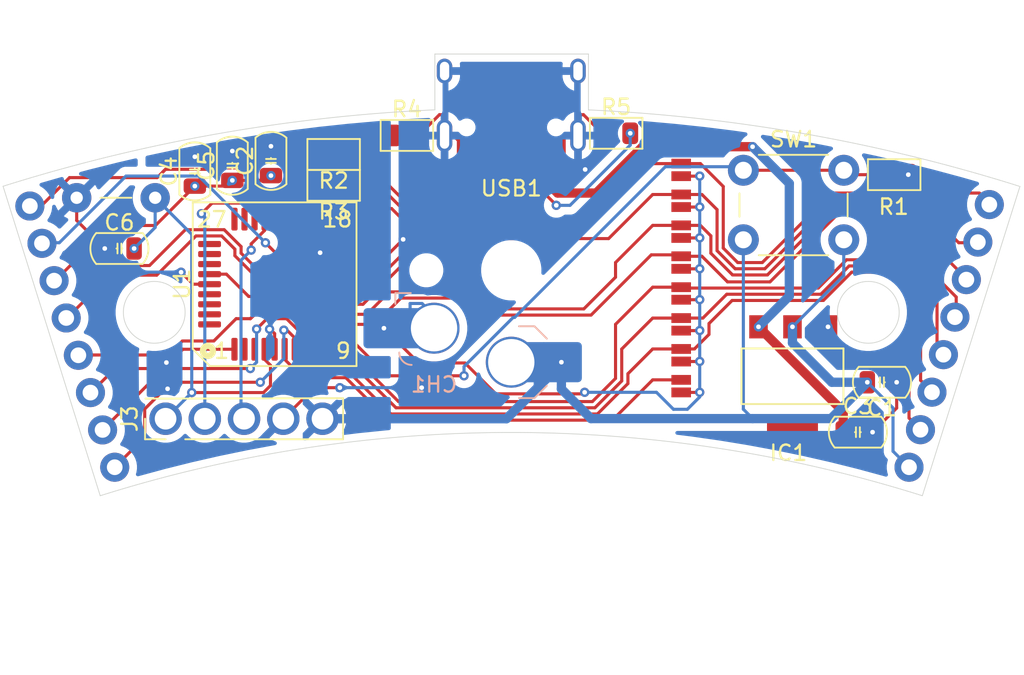
<source format=kicad_pcb>
(kicad_pcb (version 20241229) (generator "pcbnew") (generator_version "9.0")
  (layers (0 "F.Cu" signal) (2 "B.Cu" signal) (13 "F.Paste" user) (15 "B.Paste" user) (5 "F.SilkS" user "F.Silkscreen") (7 "B.SilkS" user "B.Silkscreen") (1 "F.Mask" user) (3 "B.Mask" user) (25 "Edge.Cuts" user))
  (net 0 "")
  (net 1 "Net-(U1-PA12)")
  (net 2 "/BTN2")
  (net 3 "/BTN8")
  (net 4 "/BTN6")
  (net 5 "/BTN5")
  (net 6 "/BTN3")
  (net 7 "+3.3V")
  (net 8 "/BTN7")
  (net 9 "/BTN4")
  (net 10 "/BTN1")
  (net 11 "GND")
  (net 13 "5V")
  (net 14 "/RST")
  (net 15 "/SWCLK")
  (net 16 "/SWDIO")
  (net 17 "Net-(JMP_BTN1-A)")
  (net 18 "Net-(U1-PB8-BOOT0)")
  (net 20 "Net-(U1-PA11)")
  (net 21 "Net-(USB1-CC2)")
  (net 22 "Net-(USB1-CC1)")
  (net 36 "/D+")
  (net 37 "/D-")
  (footprint "Button_Switch_THT:SW_PUSH_6mm" (layer "F.Cu") (at 165.025 93.525)
    (property "Reference" "SW1")
    (property "Value" "Push_Button")
  )
  (footprint "PCM_SparkFun-Jumper:Jumper_2_NO_NoSilk" (layer "F.Cu") (at 161 105.5 -90)
    (property "Reference" "JMP_BTN2")
    (property "Value" "~")
  )
  (footprint "PCM_Capacitor_SMD_Handsoldering_AKL:C_0805_2012Metric" (layer "F.Cu") (at 134.4409 92.92 90)
    (property "Reference" "C2")
    (property "Value" "100uF" (hide yes))
  )
  (footprint "PCM_Capacitor_SMD_Handsoldering_AKL:C_0805_2012Metric" (layer "F.Cu") (at 131.9409 93.23 90)
    (property "Reference" "C5")
    (property "Value" "100uF" (hide yes))
  )
  (footprint "PCM_SparkFun-Connector:1x08_P2.54mm" (layer "F.Cu") (at 124.3267 112.75 108)
    (property "Reference" "J1")
    (property "Value" "Input")
  )
  (footprint "PCM_SparkFun-Jumper:Jumper_2_NO_NoSilk" (layer "F.Cu") (at 161 93.5 -90)
    (property "Reference" "JMP_BTN8")
    (property "Value" "~")
  )
  (footprint "PCM_Resistor_SMD_AKL:R_0805_2012Metric" (layer "F.Cu") (at 174.79 93.81 180)
    (property "Reference" "R1")
    (property "Value" "10k" (hide yes))
  )
  (footprint "PCM_SL_Jumpers:JUP_P5.08mm" (layer "F.Cu") (at 124.405 95.305 180)
    (property "Reference" "JP1" (hide yes))
    (property "Value" "JUP_P5.08mm")
  )
  (footprint "PCM_SparkFun-Jumper:Jumper_2_NO_NoSilk" (layer "F.Cu") (at 161 95.5 -90)
    (property "Reference" "JMP_BTN7")
    (property "Value" "~")
  )
  (footprint "PCM_SparkFun-Jumper:Jumper_2_NO_NoSilk" (layer "F.Cu") (at 161 97.5 -90)
    (property "Reference" "JMP_BTN6")
    (property "Value" "~")
  )
  (footprint "PCM_Resistor_SMD_AKL:R_0805_2012Metric" (layer "F.Cu") (at 138.5 94.5 180)
    (property "Reference" "R3")
    (property "Value" "22" (hide yes))
  )
  (footprint "PCM_Capacitor_SMD_Handsoldering_AKL:C_0805_2012Metric" (layer "F.Cu") (at 129.5136 93.6 90)
    (property "Reference" "C4")
    (property "Value" "100uF" (hide yes))
  )
  (footprint "extern:HRO-TYPE-C-31-M-12-HandSoldering" (layer "F.Cu") (at 150 84.5 180)
    (property "Reference" "USB1")
    (property "Value" "HRO-TYPE-C-31-M-12")
  )
  (footprint "PCM_SparkFun-Jumper:Jumper_2_NO_NoSilk" (layer "F.Cu") (at 161 103.5 -90)
    (property "Reference" "JMP_BTN3")
    (property "Value" "~")
  )
  (footprint "PCM_SparkFun-Jumper:Jumper_2_NO_NoSilk" (layer "F.Cu") (at 161 101.5 -90)
    (property "Reference" "JMP_BTN4")
    (property "Value" "~")
  )
  (footprint "PCM_Package_QFP_AKL:LQFP-36_7x7mm_P0.65mm" (layer "F.Cu") (at 134.6798 100.901 90)
    (property "Reference" "U1")
    (property "Value" "~" (hide yes))
  )
  (footprint "PCM_Resistor_SMD_AKL:R_0805_2012Metric" (layer "F.Cu") (at 143.2425 91.27)
    (property "Reference" "R4")
    (property "Value" "5.1k" (hide yes))
  )
  (footprint "PCM_SparkFun-Connector:1x08_P2.54mm" (layer "F.Cu") (at 175.75 112.75 73)
    (property "Reference" "J2")
    (property "Value" "Output")
  )
  (footprint "PCM_Resistor_SMD_AKL:R_0805_2012Metric" (layer "F.Cu") (at 138.5 92.5 180)
    (property "Reference" "R2")
    (property "Value" "22" (hide yes))
  )
  (footprint "PCM_SparkFun-Jumper:Jumper_2_NO_NoSilk" (layer "F.Cu") (at 161 107.5 90)
    (property "Reference" "JMP_BTN1")
    (property "Value" "~")
  )
  (footprint "PCM_SparkFun-Jumper:Jumper_2_NO_NoSilk" (layer "F.Cu") (at 161 99.5 -90)
    (property "Reference" "JMP_BTN5")
    (property "Value" "~")
  )
  (footprint "PCM_Resistor_SMD_AKL:R_0805_2012Metric" (layer "F.Cu") (at 156.79 91.13)
    (property "Reference" "R5")
    (property "Value" "5.1k" (hide yes))
  )
  (footprint "PCM_Capacitor_SMD_Handsoldering_AKL:C_0805_2012Metric" (layer "F.Cu") (at 172.4409 110.48)
    (property "Reference" "C3")
    (property "Value" "1uF" (hide yes))
  )
  (footprint "PCM_Capacitor_SMD_Handsoldering_AKL:C_0805_2012Metric" (layer "F.Cu") (at 124.6318 98.59)
    (property "Reference" "C6")
    (property "Value" "100uF" (hide yes))
  )
  (footprint "PCM_4ms_Package_SOT:SOT223" (layer "F.Cu") (at 168.205 106.86 180)
    (property "Reference" "IC1")
    (property "Value" "LD1117-3.3V-SOT223" (hide yes))
  )
  (footprint "PCM_fab:PinHeader_01x05_P2.54mm_Vertical_THT_D1.4mm" (layer "F.Cu") (at 127.62 109.61 90)
    (property "Reference" "J3")
    (property "Value" "PinHeader_01x05_P2.54mm_Horizontal_SMD")
  )
  (footprint "PCM_Capacitor_SMD_Handsoldering_AKL:C_0805_2012Metric" (layer "F.Cu") (at 174 107.25 180)
    (property "Reference" "C1")
    (property "Value" "10uF" (hide yes))
  )
  (footprint "PCM_marbastlib-choc:SW_choc_v1_HS_CPG135001S30_1u" (layer "B.Cu") (at 150 100 180)
    (property "Reference" "CH1")
    (property "Value" "choc_v1_SW_HS")
  )
  (gr_line (start 154.992904 89.616687) (end 154.992904 86) (stroke (width 0.05)) (layer "Edge.Cuts"))
  (gr_arc (start 154.992904 89.616687) (mid 169.122868 91.185555) (end 182.930465 94.571925) (stroke (width 0.05)) (layer "Edge.Cuts"))
  (gr_line (start 145.051857 86) (end 155 86) (stroke (width 0.05)) (layer "Edge.Cuts"))
  (gr_line (start 123.387538 114.59605) (end 117.098414 94.55991) (stroke (width 0.05)) (layer "Edge.Cuts"))
  (gr_arc (start 123.387537 114.59605) (mid 150 110.5) (end 176.612463 114.59605) (stroke (width 0.05)) (layer "Edge.Cuts"))
  (gr_arc (start 117.098414 94.55991) (mid 130.914046 91.176194) (end 145.051731 89.611877) (stroke (width 0.05)) (layer "Edge.Cuts"))
  (gr_line (start 176.612463 114.59605) (end 182.931305 94.569262) (stroke (width 0.05)) (layer "Edge.Cuts"))
  (gr_circle (center 173.114303 102.722012) (end 175.114303 102.722012) (stroke (width 0.05)) (fill no) (layer "Edge.Cuts"))
  (gr_circle (center 126.8857 102.722013) (end 128.8857 102.722013) (stroke (width 0.05)) (fill no) (layer "Edge.Cuts"))
  (gr_line (start 145.051857 89.614653) (end 145.051857 86) (stroke (width 0.05)) (layer "Edge.Cuts"))
  (segment (start 135.3298 96.6885) (end 135.33 96.6885) (width 0.2) (layer "F.Cu") (net 1))
  (segment (start 137.588 92.5) (end 137.5875 92.5) (width 0.2) (layer "F.Cu") (net 1))
  (segment (start 135.33 94.7139) (end 135.33 96.6885) (width 0.2) (layer "F.Cu") (net 1))
  (segment (start 137.544 92.5) (end 135.33 94.7139) (width 0.2) (layer "F.Cu") (net 1))
  (segment (start 137.5875 92.5) (end 137.544 92.5) (width 0.2) (layer "F.Cu") (net 1))
  (segment (start 172.037 100.121) (end 170.205 101.953) (width 0.2) (layer "F.Cu") (net 2))
  (segment (start 135.9798 104.376001) (end 135.479799 103.876) (width 0.2) (layer "F.Cu") (net 2))
  (segment (start 157.552 107.332) (end 155.582 109.302) (width 0.2) (layer "F.Cu") (net 2))
  (segment (start 157.552 106.698) (end 157.552 107.332) (width 0.2) (layer "F.Cu") (net 2))
  (segment (start 135.9798 105.1135) (end 135.9798 104.376001) (width 0.2) (layer "F.Cu") (net 2))
  (segment (start 128.173013 107.023013) (end 128.4 107.25) (width 0.2) (layer "F.Cu") (net 2))
  (segment (start 176.514 110.328) (end 176.5137 110.3277) (width 0.2) (layer "F.Cu") (net 2))
  (segment (start 135.9798 105.1135) (end 135.98 105.1137) (width 0.2) (layer "F.Cu") (net 2))
  (segment (start 164.297 101.953) (end 162.801 103.449) (width 0.2) (layer "F.Cu") (net 2))
  (segment (start 162.801 103.449) (end 162.801 104.149) (width 0.2) (layer "F.Cu") (net 2))
  (segment (start 176.5138 110.3276) (end 176.5137 110.3277) (width 0.2) (layer "F.Cu") (net 2))
  (segment (start 142.202 109.302) (end 139.453 106.553) (width 0.2) (layer "F.Cu") (net 2))
  (segment (start 176.5137 110.3277) (end 175.75 109.564) (width 0.2) (layer "F.Cu") (net 2))
  (segment (start 170.205 101.953) (end 164.297 101.953) (width 0.2) (layer "F.Cu") (net 2))
  (segment (start 135.98 105.1137) (end 135.98 105.114) (width 0.2) (layer "F.Cu") (net 2))
  (segment (start 155.582 109.302) (end 142.202 109.302) (width 0.2) (layer "F.Cu") (net 2))
  (segment (start 135.479799 103.876) (end 135.276498 103.876) (width 0.2) (layer "F.Cu") (net 2))
  (segment (start 161 105.094) (end 159.156 105.094) (width 0.2) (layer "F.Cu") (net 2))
  (segment (start 175.75 109.564) (end 175.75 101.25) (width 0.2) (layer "F.Cu") (net 2))
  (segment (start 161 105.0936) (end 161 105.094) (width 0.2) (layer "F.Cu") (net 2))
  (segment (start 162.801 104.149) (end 161.856 105.094) (width 0.2) (layer "F.Cu") (net 2))
  (segment (start 174.621 100.121) (end 172.037 100.121) (width 0.2) (layer "F.Cu") (net 2))
  (segment (start 161.856 105.094) (end 161 105.094) (width 0.2) (layer "F.Cu") (net 2))
  (segment (start 123.541797 110.334317) (end 126.853101 107.023013) (width 0.2) (layer "F.Cu") (net 2))
  (segment (start 175.75 101.25) (end 174.621 100.121) (width 0.2) (layer "F.Cu") (net 2))
  (segment (start 139.453 106.553) (end 136.762 106.553) (width 0.2) (layer "F.Cu") (net 2))
  (segment (start 135.98 105.771) (end 135.98 105.114) (width 0.2) (layer "F.Cu") (net 2))
  (segment (start 128.4 107.25) (end 133.75 107.25) (width 0.2) (layer "F.Cu") (net 2))
  (segment (start 126.853101 107.023013) (end 128.173013 107.023013) (width 0.2) (layer "F.Cu") (net 2))
  (segment (start 136.762 106.553) (end 135.98 105.771) (width 0.2) (layer "F.Cu") (net 2))
  (segment (start 159.156 105.094) (end 157.552 106.698) (width 0.2) (layer "F.Cu") (net 2))
  (via (at 133.75 107.25) (size 0.6) (drill 0.3) (layers "F.Cu" "B.Cu") (net 2))
  (via (at 135.276498 103.876) (size 0.6) (drill 0.3) (layers "F.Cu" "B.Cu") (net 2))
  (segment (start 135.276498 105.723502) (end 133.75 107.25) (width 0.2) (layer "B.Cu") (net 2))
  (segment (start 135.276498 103.876) (end 135.276498 105.723502) (width 0.2) (layer "B.Cu") (net 2))
  (segment (start 142.25 96) (end 143.75 97.5) (width 0.2) (layer "F.Cu") (net 3))
  (segment (start 159.156 93.0936) (end 154.75 97.5) (width 0.2) (layer "F.Cu") (net 3))
  (segment (start 144.419239 97.5) (end 140.368239 101.551) (width 0.2) (layer "F.Cu") (net 3))
  (segment (start 138.8923 101.551) (end 138.892 101.551) (width 0.2) (layer "F.Cu") (net 3))
  (segment (start 133.1159 92.92) (end 135.6376 92.92) (width 0.2) (layer "F.Cu") (net 3))
  (segment (start 137.0833 91.4743) (end 138.1136 91.4743) (width 0.2) (layer "F.Cu") (net 3))
  (segment (start 132.6644 93.3715) (end 133.1159 92.92) (width 0.2) (layer "F.Cu") (net 3))
  (segment (start 140.368239 101.551) (end 138.8923 101.551) (width 0.2) (layer "F.Cu") (net 3))
  (segment (start 161 93.0936) (end 159.156 93.0936) (width 0.2) (layer "F.Cu") (net 3))
  (segment (start 127.4473 93.6302) (end 127.6136 93.4639) (width 0.2) (layer "F.Cu") (net 3))
  (segment (start 130.4547 93.4639) (end 130.5471 93.3715) (width 0.2) (layer "F.Cu") (net 3))
  (segment (start 127.6136 93.4639) (end 130.4547 93.4639) (width 0.2) (layer "F.Cu") (net 3))
  (segment (start 181.0967 95.7927) (end 181.097 95.7929) (width 0.2) (layer "F.Cu") (net 3))
  (segment (start 163.724 98.5639) (end 164.66 99.5) (width 0.2) (layer "F.Cu") (net 3))
  (segment (start 143.75 97.5) (end 144.419239 97.5) (width 0.2) (layer "F.Cu") (net 3))
  (segment (start 166.25 99.5) (end 170.75 95) (width 0.2) (layer "F.Cu") (net 3))
  (segment (start 181.0965 95.7929) (end 181.0967 95.7927) (width 0.2) (layer "F.Cu") (net 3))
  (segment (start 127.4473 93.6302) (end 127.6136 93.4639) (width 0.2) (layer "F.Cu") (net 3))
  (segment (start 138.1136 91.4743) (end 138.5 91.8607) (width 0.2) (layer "F.Cu") (net 3))
  (segment (start 121.400818 94) (end 127.0775 94) (width 0.2) (layer "F.Cu") (net 3))
  (segment (start 118.9802 95.7929) (end 119.607918 95.7929) (width 0.2) (layer "F.Cu") (net 3))
  (segment (start 163.724 94.5741) (end 163.724 98.5639) (width 0.2) (layer "F.Cu") (net 3))
  (segment (start 164.66 99.5) (end 166.25 99.5) (width 0.2) (layer "F.Cu") (net 3))
  (segment (start 170.75 95) (end 180.304 95) (width 0.2) (layer "F.Cu") (net 3))
  (segment (start 130.5471 93.3715) (end 132.6644 93.3715) (width 0.2) (layer "F.Cu") (net 3))
  (segment (start 180.304 95) (end 181.0967 95.7927) (width 0.2) (layer "F.Cu") (net 3))
  (segment (start 162.244 93.0936) (end 163.724 94.5741) (width 0.2) (layer "F.Cu") (net 3))
  (segment (start 138.5 91.8607) (end 138.5 95.1346) (width 0.2) (layer "F.Cu") (net 3))
  (segment (start 139.3654 96) (end 142.25 96) (width 0.2) (layer "F.Cu") (net 3))
  (segment (start 135.6376 92.92) (end 137.0833 91.4743) (width 0.2) (layer "F.Cu") (net 3))
  (segment (start 119.607918 95.7929) (end 121.400818 94) (width 0.2) (layer "F.Cu") (net 3))
  (segment (start 127.0775 94) (end 127.4473 93.6302) (width 0.2) (layer "F.Cu") (net 3))
  (segment (start 154.75 97.5) (end 144.419239 97.5) (width 0.2) (layer "F.Cu") (net 3))
  (segment (start 161 93.0936) (end 162.244 93.0936) (width 0.2) (layer "F.Cu") (net 3))
  (segment (start 138.5 95.1346) (end 139.3654 96) (width 0.2) (layer "F.Cu") (net 3))
  (segment (start 161 97.0936) (end 162.244 97.0936) (width 0.2) (layer "F.Cu") (net 4))
  (segment (start 128.8976 97.3743) (end 126.5788 99.6931) (width 0.2) (layer "F.Cu") (net 4))
  (segment (start 137.9221 102.851) (end 135.5905 100.5194) (width 0.2) (layer "F.Cu") (net 4))
  (segment (start 174.733 95.802) (end 179.5689 100.6379) (width 0.2) (layer "F.Cu") (net 4))
  (segment (start 162.244 97.0936) (end 162.922 97.7721) (width 0.2) (layer "F.Cu") (net 4))
  (segment (start 146.899 101.399) (end 148 102.5) (width 0.2) (layer "F.Cu") (net 4))
  (segment (start 138.8923 102.851) (end 140.649 102.851) (width 0.2) (layer "F.Cu") (net 4))
  (segment (start 121.4524 99.6931) (end 120.5077 100.6378) (width 0.2) (layer "F.Cu") (net 4))
  (segment (start 159.156 97.0936) (end 161 97.0936) (width 0.2) (layer "F.Cu") (net 4))
  (segment (start 156.75 99.5) (end 159.156 97.0936) (width 0.2) (layer "F.Cu") (net 4))
  (segment (start 140.649 102.851) (end 142.101 101.399) (width 0.2) (layer "F.Cu") (net 4))
  (segment (start 131.4148 97.3743) (end 128.8976 97.3743) (width 0.2) (layer "F.Cu") (net 4))
  (segment (start 164.328 100.302) (end 166.582 100.302) (width 0.2) (layer "F.Cu") (net 4))
  (segment (start 156.75 100.448) (end 156.75 99.5) (width 0.2) (layer "F.Cu") (net 4))
  (segment (start 154.698 102.5) (end 156.75 100.448) (width 0.2) (layer "F.Cu") (net 4))
  (segment (start 142.101 101.399) (end 146.899 101.399) (width 0.2) (layer "F.Cu") (net 4))
  (segment (start 162.922 97.7721) (end 162.922 98.8961) (width 0.2) (layer "F.Cu") (net 4))
  (segment (start 126.5788 99.6931) (end 121.4524 99.6931) (width 0.2) (layer "F.Cu") (net 4))
  (segment (start 138.892 102.851) (end 137.9221 102.851) (width 0.2) (layer "F.Cu") (net 4))
  (segment (start 132.5086 98.4681) (end 131.4148 97.3743) (width 0.2) (layer "F.Cu") (net 4))
  (segment (start 171.082 95.802) (end 174.733 95.802) (width 0.2) (layer "F.Cu") (net 4))
  (segment (start 132.5086 98.8918) (end 132.5086 98.4681) (width 0.2) (layer "F.Cu") (net 4))
  (segment (start 138.892 102.851) (end 138.8923 102.851) (width 0.2) (layer "F.Cu") (net 4))
  (segment (start 148 102.5) (end 154.698 102.5) (width 0.2) (layer "F.Cu") (net 4))
  (segment (start 135.5905 100.5194) (end 134.1362 100.5194) (width 0.2) (layer "F.Cu") (net 4))
  (segment (start 166.582 100.302) (end 171.082 95.802) (width 0.2) (layer "F.Cu") (net 4))
  (segment (start 162.922 98.8961) (end 164.328 100.302) (width 0.2) (layer "F.Cu") (net 4))
  (segment (start 134.1362 100.5194) (end 132.5086 98.8918) (width 0.2) (layer "F.Cu") (net 4))
  (segment (start 179.569 100.6378) (end 179.5689 100.6379) (width 0.2) (layer "F.Cu") (net 4))
  (segment (start 179.5689 100.6379) (end 179.569 100.638) (width 0.2) (layer "F.Cu") (net 4))
  (segment (start 132.1069 99.0581) (end 132.1069 98.6344) (width 0.2) (layer "F.Cu") (net 5))
  (segment (start 138.892 103.501) (end 138.8923 103.501) (width 0.2) (layer "F.Cu") (net 5))
  (segment (start 166.75 100.75) (end 171.25 96.25) (width 0.2) (layer "F.Cu") (net 5))
  (segment (start 135.477 101.292) (end 134.3408 101.292) (width 0.2) (layer "F.Cu") (net 5))
  (segment (start 127.0462 100.3154) (end 124.0163 100.3154) (width 0.2) (layer "F.Cu") (net 5))
  (segment (start 160.682 99.0936) (end 161 99.0936) (width 0.2) (layer "F.Cu") (net 5))
  (segment (start 142.856 101.799) (end 146.483 101.799) (width 0.2) (layer "F.Cu") (net 5))
  (segment (start 160.589 99) (end 160.682 99.0936) (width 0.2) (layer "F.Cu") (net 5))
  (segment (start 161 99.0936) (end 162.344 99.0936) (width 0.2) (layer "F.Cu") (net 5))
  (segment (start 134.3408 101.292) (end 132.1069 99.0581) (width 0.2) (layer "F.Cu") (net 5))
  (segment (start 138.892 103.501) (end 137.686 103.501) (width 0.2) (layer "F.Cu") (net 5))
  (segment (start 162.344 99.0936) (end 164 100.75) (width 0.2) (layer "F.Cu") (net 5))
  (segment (start 137.686 103.501) (end 135.477 101.292) (width 0.2) (layer "F.Cu") (net 5))
  (segment (start 178.8052 102.3957) (end 178.8052 103.0602) (width 0.2) (layer "F.Cu") (net 5))
  (segment (start 131.2485 97.776) (end 129.5856 97.776) (width 0.2) (layer "F.Cu") (net 5))
  (segment (start 159.066 99) (end 160.589 99) (width 0.2) (layer "F.Cu") (net 5))
  (segment (start 147.584 102.9) (end 155.166 102.9) (width 0.2) (layer "F.Cu") (net 5))
  (segment (start 155.166 102.9) (end 159.066 99) (width 0.2) (layer "F.Cu") (net 5))
  (segment (start 164 100.75) (end 166.75 100.75) (width 0.2) (layer "F.Cu") (net 5))
  (segment (start 129.5856 97.776) (end 127.0462 100.3154) (width 0.2) (layer "F.Cu") (net 5))
  (segment (start 178.805 101.731) (end 178.805 102.3955) (width 0.2) (layer "F.Cu") (net 5))
  (segment (start 132.1069 98.6344) (end 131.2485 97.776) (width 0.2) (layer "F.Cu") (net 5))
  (segment (start 178.805 102.3955) (end 178.8052 102.3957) (width 0.2) (layer "F.Cu") (net 5))
  (segment (start 124.0163 100.3154) (end 121.2715 103.0602) (width 0.2) (layer "F.Cu") (net 5))
  (segment (start 178.805 102.3955) (end 178.805 103.06) (width 0.2) (layer "F.Cu") (net 5))
  (segment (start 141.154 103.501) (end 142.856 101.799) (width 0.2) (layer "F.Cu") (net 5))
  (segment (start 146.483 101.799) (end 147.584 102.9) (width 0.2) (layer "F.Cu") (net 5))
  (segment (start 171.25 96.25) (end 173.324 96.25) (width 0.2) (layer "F.Cu") (net 5))
  (segment (start 138.8923 103.501) (end 141.154 103.501) (width 0.2) (layer "F.Cu") (net 5))
  (segment (start 173.324 96.25) (end 178.805 101.731) (width 0.2) (layer "F.Cu") (net 5))
  (segment (start 139.785 106.152) (end 137.011 106.152) (width 0.2) (layer "F.Cu") (net 6))
  (segment (start 127.403603 106.623013) (end 127.14239 106.3618) (width 0.2) (layer "F.Cu") (net 6))
  (segment (start 159.156 103.094) (end 157.151 105.099) (width 0.2) (layer "F.Cu") (net 6))
  (segment (start 127.942081 106.623013) (end 127.403603 106.623013) (width 0.2) (layer "F.Cu") (net 6))
  (segment (start 163.948 101.552) (end 162.406 103.094) (width 0.2) (layer "F.Cu") (net 6))
  (segment (start 136.63 105.4425) (end 136.6298 105.4423) (width 0.2) (layer "F.Cu") (net 6))
  (segment (start 177.278 107.905) (end 177.0395 107.6665) (width 0.2) (layer "F.Cu") (net 6))
  (segment (start 133.1046 106.3618) (end 128.203294 106.3618) (width 0.2) (layer "F.Cu") (net 6))
  (segment (start 176.5 107.127) (end 176.5 101.433) (width 0.2) (layer "F.Cu") (net 6))
  (segment (start 176.5 101.433) (end 174.787 99.72) (width 0.2) (layer "F.Cu") (net 6))
  (segment (start 137.011 106.152) (end 136.63 105.771) (width 0.2) (layer "F.Cu") (net 6))
  (segment (start 128.203294 106.3618) (end 127.942081 106.623013) (width 0.2) (layer "F.Cu") (net 6))
  (segment (start 136.6298 104.310063) (end 136.6298 105.1135) (width 0.2) (layer "F.Cu") (net 6))
  (segment (start 162.406 103.094) (end 161 103.094) (width 0.2) (layer "F.Cu") (net 6))
  (segment (start 174.787 99.72) (end 171.871 99.72) (width 0.2) (layer "F.Cu") (net 6))
  (segment (start 170.039 101.552) (end 163.948 101.552) (width 0.2) (layer "F.Cu") (net 6))
  (segment (start 155.416 108.901) (end 142.534 108.901) (width 0.2) (layer "F.Cu") (net 6))
  (segment (start 171.871 99.72) (end 170.039 101.552) (width 0.2) (layer "F.Cu") (net 6))
  (segment (start 157.151 105.099) (end 157.151 107.166) (width 0.2) (layer "F.Cu") (net 6))
  (segment (start 133.512 103.8041) (end 134.1835 103.1326) (width 0.2) (layer "F.Cu") (net 6))
  (segment (start 157.151 107.166) (end 155.416 108.901) (width 0.2) (layer "F.Cu") (net 6))
  (segment (start 177.0395 107.6665) (end 176.5 107.127) (width 0.2) (layer "F.Cu") (net 6))
  (segment (start 135.452337 103.1326) (end 136.6298 104.310063) (width 0.2) (layer "F.Cu") (net 6))
  (segment (start 136.6298 105.4423) (end 136.6298 105.1135) (width 0.2) (layer "F.Cu") (net 6))
  (segment (start 136.63 105.771) (end 136.63 105.4425) (width 0.2) (layer "F.Cu") (net 6))
  (segment (start 177.2776 107.9046) (end 177.2776 107.9051) (width 0.2) (layer "F.Cu") (net 6))
  (segment (start 136.63 105.4425) (end 136.63 105.114) (width 0.2) (layer "F.Cu") (net 6))
  (segment (start 142.534 108.901) (end 139.785 106.152) (width 0.2) (layer "F.Cu") (net 6))
  (segment (start 161 103.094) (end 159.156 103.094) (width 0.2) (layer "F.Cu") (net 6))
  (segment (start 124.3424 106.3618) (end 122.7991 107.9051) (width 0.2) (layer "F.Cu") (net 6))
  (segment (start 134.1835 103.1326) (end 135.452337 103.1326) (width 0.2) (layer "F.Cu") (net 6))
  (segment (start 127.14239 106.3618) (end 124.3424 106.3618) (width 0.2) (layer "F.Cu") (net 6))
  (segment (start 161 103.0936) (end 161 103.094) (width 0.2) (layer "F.Cu") (net 6))
  (segment (start 177.0395 107.6665) (end 177.2776 107.9046) (width 0.2) (layer "F.Cu") (net 6))
  (via (at 133.1046 106.3618) (size 0.6) (drill 0.3) (layers "F.Cu" "B.Cu") (net 6))
  (via (at 133.512 103.8041) (size 0.6) (drill 0.3) (layers "F.Cu" "B.Cu") (net 6))
  (segment (start 133.1046 106.3618) (end 133.512 105.9544) (width 0.2) (layer "B.Cu") (net 6))
  (segment (start 133.512 105.9544) (end 133.512 103.8041) (width 0.2) (layer "B.Cu") (net 6))
  (segment (start 134.4409 91.97) (end 134.03 91.97) (width 0.2) (layer "F.Cu") (net 7))
  (segment (start 124.3267 112.75) (end 126.269 110.8077) (width 0.2) (layer "F.Cu") (net 7))
  (segment (start 138.8035 98.8622) (end 138.8923 98.951) (width 0.2) (layer "F.Cu") (net 7))
  (segment (start 134.6798 104.0969) (end 134.6798 105.1135) (width 0.2) (layer "F.Cu") (net 7))
  (segment (start 137.6245 98.8622) (end 138.8035 98.8622) (width 0.2) (layer "F.Cu") (net 7))
  (segment (start 134.03 91.97) (end 133.72 92.28) (width 0.2) (layer "F.Cu") (net 7))
  (segment (start 131.571 92.65) (end 131.941 92.28) (width 0.2) (layer "F.Cu") (net 7))
  (segment (start 129.514 92.65) (end 129.5136 92.65) (width 0.2) (layer "F.Cu") (net 7))
  (segment (start 126.269 110.8077) (end 126.269 108.981) (width 0.2) (layer "F.Cu") (net 7))
  (segment (start 129.514 92.65) (end 131.571 92.65) (width 0.2) (layer "F.Cu") (net 7))
  (segment (start 134.441 91.97) (end 134.4409 91.97) (width 0.2) (layer "F.Cu") (net 7))
  (segment (start 133.72 92.28) (end 131.941 92.28) (width 0.2) (layer "F.Cu") (net 7))
  (segment (start 134.350883 103.813746) (end 134.396646 103.813746) (width 0.2) (layer "F.Cu") (net 7))
  (segment (start 126.269 108.981) (end 127.576987 107.673013) (width 0.2) (layer "F.Cu") (net 7))
  (segment (start 128.738269 105.1135) (end 127.878756 105.973013) (width 0.2) (layer "F.Cu") (net 7))
  (segment (start 132.0798 105.1135) (end 128.738269 105.1135) (width 0.2) (layer "F.Cu") (net 7))
  (segment (start 131.941 92.28) (end 131.9409 92.28) (width 0.2) (layer "F.Cu") (net 7))
  (segment (start 127.878756 105.973013) (end 127.672842 105.973013) (width 0.2) (layer "F.Cu") (net 7))
  (segment (start 127.576987 107.673013) (end 127.75 107.673013) (width 0.2) (layer "F.Cu") (net 7))
  (segment (start 134.396646 103.813746) (end 134.6798 104.0969) (width 0.2) (layer "F.Cu") (net 7))
  (via (at 134.441 91.97) (size 0.6) (drill 0.3) (layers "F.Cu" "B.Cu") (net 7))
  (via (at 168.205 103.66) (size 0.6) (drill 0.3) (layers "F.Cu" "B.Cu") (net 7))
  (via (at 134.350883 103.813746) (size 0.6) (drill 0.3) (layers "F.Cu" "B.Cu") (net 7))
  (via (at 127.672842 105.973013) (size 0.6) (drill 0.3) (layers "F.Cu" "B.Cu") (net 7))
  (via (at 129.514 92.65) (size 0.6) (drill 0.3) (layers "F.Cu" "B.Cu") (net 7))
  (via (at 127.75 107.673013) (size 0.6) (drill 0.3) (layers "F.Cu" "B.Cu") (net 7))
  (via (at 173.05 107.25) (size 0.6) (drill 0.3) (layers "F.Cu" "B.Cu") (net 7))
  (via (at 153.245 105.95) (size 0.6) (drill 0.3) (layers "F.Cu" "B.Cu") (net 7))
  (via (at 137.6245 98.8622) (size 0.6) (drill 0.3) (layers "F.Cu" "B.Cu") (net 7))
  (via (at 131.941 92.28) (size 0.6) (drill 0.3) (layers "F.Cu" "B.Cu") (net 7))
  (segment (start 150.7 106.65) (end 150 105.95) (width 0.2) (layer "B.Cu") (net 7))
  (segment (start 173.05 107.25) (end 170.699 109.601) (width 0.6) (layer "B.Cu") (net 7))
  (segment (start 153.245 106.055) (end 153.245 105.95) (width 0.6) (layer "B.Cu") (net 7))
  (segment (start 153.245 105.95) (end 153.245 106.055) (width 0.6) (layer "B.Cu") (net 7))
  (segment (start 173.05 107.25) (end 174.714 108.914) (width 0.2) (layer "B.Cu") (net 7))
  (segment (start 165.6298 109.601) (end 155.16 109.601) (width 0.6) (layer "B.Cu") (net 7))
  (segment (start 170.75 107.25) (end 168.205 104.705) (width 0.6) (layer "B.Cu") (net 7))
  (segment (start 168.205 104.705) (end 168.205 103.66) (width 0.6) (layer "B.Cu") (net 7))
  (segment (start 165.6298 109.601) (end 165.025 108.9962) (width 0.2) (layer "B.Cu") (net 7))
  (segment (start 174.714 111.714) (end 175.75 112.75) (width 0.2) (layer "B.Cu") (net 7))
  (segment (start 165.025 108.9962) (end 165.025 98.025) (width 0.2) (layer "B.Cu") (net 7))
  (segment (start 174.714 108.914) (end 174.714 111.714) (width 0.2) (layer "B.Cu") (net 7))
  (segment (start 153.245 107.686) (end 153.245 106.055) (width 0.6) (layer "B.Cu") (net 7))
  (segment (start 151.55 106.65) (end 151.55 107.5517) (width 0.2) (layer "B.Cu") (net 7))
  (segment (start 151.55 105.95) (end 151.55 106.65) (width 0.2) (layer "B.Cu") (net 7))
  (segment (start 155.16 109.601) (end 153.245 107.686) (width 0.6) (layer "B.Cu") (net 7))
  (segment (start 153.245 106.055) (end 151.7483 107.5517) (width 0.6) (layer "B.Cu") (net 7))
  (segment (start 168.205 103.66) (end 171.525 100.34) (width 0.2) (layer "B.Cu") (net 7))
  (segment (start 151.55 106.65) (end 150.7 106.65) (width 0.2) (layer "B.Cu") (net 7))
  (segment (start 151.7483 107.5517) (end 151.55 107.5517) (width 0.2) (layer "B.Cu") (net 7))
  (segment (start 170.699 109.601) (end 165.6298 109.601) (width 0.6) (layer "B.Cu") (net 7))
  (segment (start 151.7483 107.5517) (end 149.69 109.61) (width 0.6) (layer "B.Cu") (net 7))
  (segment (start 173.05 107.25) (end 170.75 107.25) (width 0.6) (layer "B.Cu") (net 7))
  (segment (start 149.69 109.61) (end 137.78 109.61) (width 0.6) (layer "B.Cu") (net 7))
  (segment (start 171.525 100.34) (end 171.525 98.025) (width 0.2) (layer "B.Cu") (net 7))
  (segment (start 163.323 96.073) (end 163.323 98.73) (width 0.2) (layer "F.Cu") (net 8))
  (segment (start 138.892 102.201) (end 138.0677 102.201) (width 0.2) (layer "F.Cu") (net 8))
  (segment (start 159.156 95.0936) (end 161 95.0936) (width 0.2) (layer "F.Cu") (net 8))
  (segment (start 178.965 98.2154) (end 180.3328 98.2154) (width 0.2) (layer "F.Cu") (net 8))
  (segment (start 156.301 97.949) (end 159.156 95.0936) (width 0.2) (layer "F.Cu") (net 8))
  (segment (start 144.652 97.949) (end 156.301 97.949) (width 0.2) (layer "F.Cu") (net 8))
  (segment (start 164.494 99.901) (end 166.416 99.901) (width 0.2) (layer "F.Cu") (net 8))
  (segment (start 138.892 102.201) (end 138.8923 102.201) (width 0.2) (layer "F.Cu") (net 8))
  (segment (start 166.416 99.901) (end 170.916 95.401) (width 0.2) (layer "F.Cu") (net 8))
  (segment (start 162.344 95.0936) (end 163.323 96.073) (width 0.2) (layer "F.Cu") (net 8))
  (segment (start 180.3328 98.2154) (end 180.333 98.2154) (width 0.2) (layer "F.Cu") (net 8))
  (segment (start 163.323 98.73) (end 164.494 99.901) (width 0.2) (layer "F.Cu") (net 8))
  (segment (start 140.4 102.201) (end 144.652 97.949) (width 0.2) (layer "F.Cu") (net 8))
  (segment (start 176.151 95.401) (end 178.965 98.2154) (width 0.2) (layer "F.Cu") (net 8))
  (segment (start 138.8923 102.201) (end 140.4 102.201) (width 0.2) (layer "F.Cu") (net 8))
  (segment (start 161 95.0936) (end 162.344 95.0936) (width 0.2) (layer "F.Cu") (net 8))
  (segment (start 170.916 95.401) (end 176.151 95.401) (width 0.2) (layer "F.Cu") (net 8))
  (segment (start 138.0677 102.201) (end 134.0851 98.2184) (width 0.2) (layer "F.Cu") (net 8))
  (via (at 134.0851 98.2184) (size 0.6) (drill 0.3) (layers "F.Cu" "B.Cu") (net 8))
  (segment (start 120.7409 98.2154) (end 125.0566 93.8997) (width 0.2) (layer "B.Cu") (net 8))
  (segment (start 129.7664 93.8997) (end 134.0851 98.2184) (width 0.2) (layer "B.Cu") (net 8))
  (segment (start 119.7439 98.2154) (end 120.7409 98.2154) (width 0.2) (layer "B.Cu") (net 8))
  (segment (start 125.0566 93.8997) (end 129.7664 93.8997) (width 0.2) (layer "B.Cu") (net 8))
  (segment (start 128.708483 104.5776) (end 127.96307 105.323013) (width 0.2) (layer "F.Cu") (net 9))
  (segment (start 161.057 101.151) (end 161.0281 101.1221) (width 0.2) (layer "F.Cu") (net 9))
  (segment (start 127.96307 105.323013) (end 127.259687 105.323013) (width 0.2) (layer "F.Cu") (net 9))
  (segment (start 156.75 107) (end 155.25 108.5) (width 0.2) (layer "F.Cu") (net 9))
  (segment (start 171.705 99.319) (end 169.873 101.151) (width 0.2) (layer "F.Cu") (net 9))
  (segment (start 132.1872 103.1326) (end 130.7422 104.5776) (width 0.2) (layer "F.Cu") (net 9))
  (segment (start 127.259687 105.323013) (end 127.1 105.4827) (width 0.2) (layer "F.Cu") (net 9))
  (segment (start 133.5137 102.7309) (end 135.634699 102.7309) (width 0.2) (layer "F.Cu") (net 9))
  (segment (start 161 101.094) (end 161.0281 101.1221) (width 0.2) (layer "F.Cu") (net 9))
  (segment (start 142.7 108.5) (end 139.314 105.114) (width 0.2) (layer "F.Cu") (net 9))
  (segment (start 159.156 101.094) (end 156.75 103.5) (width 0.2) (layer "F.Cu") (net 9))
  (segment (start 130.7422 104.5776) (end 128.708483 104.5776) (width 0.2) (layer "F.Cu") (net 9))
  (segment (start 135.634699 102.7309) (end 137.2798 104.376001) (width 0.2) (layer "F.Cu") (net 9))
  (segment (start 177.8025 105.2445) (end 177.564 105.006) (width 0.2) (layer "F.Cu") (net 9))
  (segment (start 133.2783 102.9663) (end 133.5137 102.7309) (width 0.2) (layer "F.Cu") (net 9))
  (segment (start 133.2783 102.9663) (end 133.112 103.1326) (width 0.2) (layer "F.Cu") (net 9))
  (segment (start 155.25 108.5) (end 142.7 108.5) (width 0.2) (layer "F.Cu") (net 9))
  (segment (start 161.0281 101.1221) (end 161 101.094) (width 0.2) (layer "F.Cu") (net 9))
  (segment (start 156.75 103.5) (end 156.75 107) (width 0.2) (layer "F.Cu") (net 9))
  (segment (start 174.953 99.319) (end 171.705 99.319) (width 0.2) (layer "F.Cu") (net 9))
  (segment (start 177.8025 105.2445) (end 177.8032 105.2445) (width 0.2) (layer "F.Cu") (net 9))
  (segment (start 137.28 105.1137) (end 137.28 105.114) (width 0.2) (layer "F.Cu") (net 9))
  (segment (start 177.564 105.006) (end 177.564 101.93) (width 0.2) (layer "F.Cu") (net 9))
  (segment (start 177.564 101.93) (end 174.953 99.319) (width 0.2) (layer "F.Cu") (net 9))
  (segment (start 137.2798 104.376001) (end 137.2798 105.1135) (width 0.2) (layer "F.Cu") (net 9))
  (segment (start 178.041 105.483) (end 177.8025 105.2445) (width 0.2) (layer "F.Cu") (net 9))
  (segment (start 137.2798 105.1135) (end 137.28 105.1137) (width 0.2) (layer "F.Cu") (net 9))
  (segment (start 127.1 105.4827) (end 122.0353 105.4827) (width 0.2) (layer "F.Cu") (net 9))
  (segment (start 177.8032 105.2445) (end 178.0414 105.4827) (width 0.2) (layer "F.Cu") (net 9))
  (segment (start 139.314 105.114) (end 137.28 105.114) (width 0.2) (layer "F.Cu") (net 9))
  (segment (start 169.873 101.151) (end 161.057 101.151) (width 0.2) (layer "F.Cu") (net 9))
  (segment (start 133.112 103.1326) (end 132.1872 103.1326) (width 0.2) (layer "F.Cu") (net 9))
  (segment (start 161 101.094) (end 159.156 101.094) (width 0.2) (layer "F.Cu") (net 9))
  (segment (start 133.2783 102.9663) (end 133.112 103.1326) (width 0.2) (layer "F.Cu") (net 9))
  (segment (start 161 101.0936) (end 161 101.094) (width 0.2) (layer "F.Cu") (net 9))
  (segment (start 135.33 105.771) (end 136.513 106.954) (width 0.2) (layer "F.Cu") (net 10))
  (segment (start 142.036 109.703) (end 156.547 109.703) (width 0.2) (layer "F.Cu") (net 10))
  (segment (start 135.33 105.1137) (end 135.33 105.114) (width 0.2) (layer "F.Cu") (net 10))
  (segment (start 156.547 109.703) (end 159.156 107.094) (width 0.2) (layer "F.Cu") (net 10))
  (segment (start 136.513 106.954) (end 139.287 106.954) (width 0.2) (layer "F.Cu") (net 10))
  (segment (start 160.9996 107.094) (end 161 107.0936) (width 0.2) (layer "F.Cu") (net 10))
  (segment (start 139.287 106.954) (end 142.036 109.703) (width 0.2) (layer "F.Cu") (net 10))
  (segment (start 160.6325 107.094) (end 161 107.094) (width 0.2) (layer "F.Cu") (net 10))
  (segment (start 160.6325 107.094) (end 160.9996 107.094) (width 0.2) (layer "F.Cu") (net 10))
  (segment (start 135.3298 105.1135) (end 135.33 105.1137) (width 0.2) (layer "F.Cu") (net 10))
  (segment (start 135.33 105.114) (end 135.33 105.771) (width 0.2) (layer "F.Cu") (net 10))
  (segment (start 159.156 107.094) (end 160.6325 107.094) (width 0.2) (layer "F.Cu") (net 10))
  (segment (start 145.68 90.705) (end 146.775 91.8) (width 0.2) (layer "F.Cu") (net 11))
  (segment (start 174.95 107.25) (end 174.95 108.921) (width 0.2) (layer "F.Cu") (net 11))
  (segment (start 135.24 109.61) (end 137.25 107.6) (width 0.2) (layer "F.Cu") (net 11))
  (segment (start 131.941 94.18) (end 131.9409 94.18) (width 0.2) (layer "F.Cu") (net 11))
  (segment (start 154.7834 93.4736) (end 154.0353 94.2217) (width 0.2) (layer "F.Cu") (net 11))
  (segment (start 138.8923 99.601) (end 141.399 99.601) (width 0.2) (layer "F.Cu") (net 11))
  (segment (start 137.25 107.6) (end 138.9 107.6) (width 0.2) (layer "F.Cu") (net 11))
  (segment (start 154.0353 94.2217) (end 153.225 94.2217) (width 0.2) (layer "F.Cu") (net 11))
  (segment (start 129.514 94.55) (end 131.571 94.55) (width 0.2) (layer "F.Cu") (net 11))
  (segment (start 153.225 92.695) (end 153.225 94.2217) (width 0.2) (layer "F.Cu") (net 11))
  (segment (start 174.95 108.921) (end 173.391 110.48) (width 0.2) (layer "F.Cu") (net 11))
  (segment (start 123.682 98.59) (end 123.6818 98.59) (width 0.2) (layer "F.Cu") (net 11))
  (segment (start 141.399 99.601) (end 143 98) (width 0.2) (layer "F.Cu") (net 11))
  (segment (start 145.3479 89.9283) (end 144.1551 91.1211) (width 0.2) (layer "F.Cu") (net 11))
  (segment (start 129.514 94.55) (end 126.964 97.1) (width 0.2) (layer "F.Cu") (net 11))
  (segment (start 154.32 91.28) (end 154.32 89.9283) (width 0.2) (layer "F.Cu") (net 11))
  (segment (start 175.702 93.81) (end 175.7025 93.81) (width 0.2) (layer "F.Cu") (net 11))
  (segment (start 145.68 91.28) (end 145.68 90.705) (width 0.2) (layer "F.Cu") (net 11))
  (segment (start 146.775 91.8) (end 146.775 92.695) (width 0.2) (layer "F.Cu") (net 11))
  (segment (start 134.441 93.87) (end 134.4409 93.87) (width 0.2) (layer "F.Cu") (net 11))
  (segment (start 154.32 89.9283) (end 154.6758 89.9283) (width 0.2) (layer "F.Cu") (net 11))
  (segment (start 131.571 94.55) (end 131.941 94.18) (width 0.2) (layer "F.Cu") (net 11))
  (segment (start 145.68 90.705) (end 145.68 89.9283) (width 0.2) (layer "F.Cu") (net 11))
  (segment (start 121.865 96.7732) (end 123.6818 98.59) (width 0.2) (layer "F.Cu") (net 11))
  (segment (start 144.1551 91.1211) (end 144.1551 91.27) (width 0.2) (layer "F.Cu") (net 11))
  (segment (start 129.514 94.55) (end 129.5136 94.55) (width 0.2) (layer "F.Cu") (net 11))
  (segment (start 126.964 97.1) (end 125.172 97.1) (width 0.2) (layer "F.Cu") (net 11))
  (segment (start 144.1551 91.27) (end 144.155 91.27) (width 0.2) (layer "F.Cu") (net 11))
  (segment (start 129.401 100.901) (end 128.625 100.125) (width 0.2) (layer "F.Cu") (net 11))
  (segment (start 130.4673 100.901) (end 129.401 100.901) (width 0.2) (layer "F.Cu") (net 11))
  (segment (start 125.172 97.1) (end 123.682 98.59) (width 0.2) (layer "F.Cu") (net 11))
  (segment (start 131.941 94.18) (end 134.131 94.18) (width 0.2) (layer "F.Cu") (net 11))
  (segment (start 173.391 110.48) (end 173.3909 110.48) (width 0.2) (layer "F.Cu") (net 11))
  (segment (start 121.865 95.305) (end 121.865 96.7732) (width 0.2) (layer "F.Cu") (net 11))
  (segment (start 134.131 94.18) (end 134.441 93.87) (width 0.2) (layer "F.Cu") (net 11))
  (segment (start 154.6758 89.9283) (end 155.8775 91.13) (width 0.2) (layer "F.Cu") (net 11))
  (segment (start 145.68 89.9283) (end 145.3479 89.9283) (width 0.2) (layer "F.Cu") (net 11))
  (via (at 174.95 107.25) (size 0.6) (drill 0.3) (layers "F.Cu" "B.Cu") (net 11))
  (via (at 134.441 93.87) (size 0.6) (drill 0.3) (layers "F.Cu" "B.Cu") (net 11))
  (via (at 138.9 107.6) (size 0.6) (drill 0.3) (layers "F.Cu" "B.Cu") (net 11))
  (via (at 128.625 100.125) (size 0.6) (drill 0.3) (layers "F.Cu" "B.Cu") (net 11))
  (via (at 175.702 93.81) (size 0.6) (drill 0.3) (layers "F.Cu" "B.Cu") (net 11))
  (via (at 144.2 107.6) (size 0.6) (drill 0.3) (layers "F.Cu" "B.Cu") (net 11))
  (via (at 143 98) (size 0.6) (drill 0.3) (layers "F.Cu" "B.Cu") (net 11))
  (via (at 123.682 98.59) (size 0.6) (drill 0.3) (layers "F.Cu" "B.Cu") (net 11))
  (via (at 131.941 94.18) (size 0.6) (drill 0.3) (layers "F.Cu" "B.Cu") (net 11))
  (via (at 129.514 94.55) (size 0.6) (drill 0.3) (layers "F.Cu" "B.Cu") (net 11))
  (via (at 173.391 110.48) (size 0.6) (drill 0.3) (layers "F.Cu" "B.Cu") (net 11))
  (via (at 170.505 103.66) (size 0.6) (drill 0.3) (layers "F.Cu" "B.Cu") (net 11))
  (via (at 154.7834 93.4736) (size 0.6) (drill 0.3) (layers "F.Cu" "B.Cu") (net 11))
  (segment (start 128.625 100.125) (end 128.621013 100.121013) (width 0.2) (layer "B.Cu") (net 11))
  (segment (start 128.621013 100.121013) (end 125.213013 100.121013) (width 0.2) (layer "B.Cu") (net 11))
  (segment (start 125.213013 100.121013) (end 123.682 98.59) (width 0.2) (layer "B.Cu") (net 11))
  (segment (start 138.9 107.6) (end 144.2 107.6) (width 0.2) (layer "B.Cu") (net 11))
  (segment (start 152.424 94.424) (end 152.424 93.3575) (width 0.6) (layer "F.Cu") (net 13))
  (segment (start 166.005 103.66) (end 171.491 109.146) (width 0.6) (layer "F.Cu") (net 13))
  (segment (start 171.4909 109.8695) (end 171.4909 110.48) (width 0.2) (layer "F.Cu") (net 13))
  (segment (start 155.5 95) (end 153 95) (width 0.6) (layer "F.Cu") (net 13))
  (segment (start 153 95) (end 152.424 94.424) (width 0.6) (layer "F.Cu") (net 13))
  (segment (start 171.491 109.146) (end 171.491 109.8694) (width 0.6) (layer "F.Cu") (net 13))
  (segment (start 147.55 92.695) (end 147.55 91.418) (width 0.2) (layer "F.Cu") (net 13))
  (segment (start 147.55 91.418) (end 149.218 89.75) (width 0.2) (layer "F.Cu") (net 13))
  (segment (start 150.934 89.75) (end 152.45 91.266) (width 0.2) (layer "F.Cu") (net 13))
  (segment (start 158.5 92) (end 155.5 95) (width 0.6) (layer "F.Cu") (net 13))
  (segment (start 152.424 93.3575) (end 152.424 92.695) (width 0.6) (layer "F.Cu") (net 13))
  (segment (start 152.45 91.266) (end 152.45 92.695) (width 0.2) (layer "F.Cu") (net 13))
  (segment (start 171.491 109.8694) (end 171.491 110.48) (width 0.6) (layer "F.Cu") (net 13))
  (segment (start 152.424 93.3575) (end 152.45 93.3315) (width 0.2) (layer "F.Cu") (net 13))
  (segment (start 171.491 109.8694) (end 171.4909 109.8695) (width 0.2) (layer "F.Cu") (net 13))
  (segment (start 165.623 92) (end 158.5 92) (width 0.6) (layer "F.Cu") (net 13))
  (segment (start 149.218 89.75) (end 150.934 89.75) (width 0.2) (layer "F.Cu") (net 13))
  (segment (start 152.45 93.3315) (end 152.45 92.695) (width 0.2) (layer "F.Cu") (net 13))
  (via (at 165.623 92) (size 0.6) (drill 0.3) (layers "F.Cu" "B.Cu") (net 13))
  (via (at 166.005 103.66) (size 0.6) (drill 0.3) (layers "F.Cu" "B.Cu") (net 13))
  (segment (start 168 94.3773) (end 168 101.665) (width 0.6) (layer "B.Cu") (net 13))
  (segment (start 165.623 92) (end 168 94.3773) (width 0.6) (layer "B.Cu") (net 13))
  (segment (start 168 101.665) (end 166.005 103.66) (width 0.6) (layer "B.Cu") (net 13))
  (segment (start 134.41093 106.152) (end 134.41093 107.46407) (width 0.2) (layer "F.Cu") (net 14))
  (segment (start 134.41093 107.46407) (end 133.9585 107.9165) (width 0.2) (layer "F.Cu") (net 14))
  (segment (start 134.0298 105.77087) (end 134.41093 106.152) (width 0.2) (layer "F.Cu") (net 14))
  (segment (start 134.0298 105.1135) (end 134.0298 105.77087) (width 0.2) (layer "F.Cu") (net 14))
  (segment (start 133.9585 107.9165) (end 129.3135 107.9165) (width 0.2) (layer "F.Cu") (net 14))
  (segment (start 125.5818 98.59) (end 125.582 98.59) (width 0.2) (layer "F.Cu") (net 14))
  (via (at 125.582 98.59) (size 0.6) (drill 0.3) (layers "F.Cu" "B.Cu") (net 14))
  (via (at 129.3135 107.9165) (size 0.6) (drill 0.3) (layers "F.Cu" "B.Cu") (net 14))
  (segment (start 125.582 98.59) (end 126.945 97.227) (width 0.2) (layer "B.Cu") (net 14))
  (segment (start 129.3135 107.9165) (end 127.62 109.61) (width 0.2) (layer "B.Cu") (net 14))
  (segment (start 129.3135 97.6735) (end 129.3135 107.9165) (width 0.2) (layer "B.Cu") (net 14))
  (segment (start 126.945 95.305) (end 129.3135 97.6735) (width 0.2) (layer "B.Cu") (net 14))
  (segment (start 126.945 97.227) (end 126.945 95.305) (width 0.2) (layer "B.Cu") (net 14))
  (segment (start 133.1614 98.2913) (end 134.0298 97.4229) (width 0.2) (layer "F.Cu") (net 15))
  (segment (start 133.1614 98.6935) (end 133.1614 98.2913) (width 0.2) (layer "F.Cu") (net 15))
  (segment (start 134.0298 97.4229) (end 134.0298 96.6885) (width 0.2) (layer "F.Cu") (net 15))
  (via (at 133.1614 98.6935) (size 0.6) (drill 0.3) (layers "F.Cu" "B.Cu") (net 15))
  (segment (start 132.5029 109.4129) (end 132.5029 99.352) (width 0.2) (layer "B.Cu") (net 15))
  (segment (start 132.5029 99.352) (end 133.1614 98.6935) (width 0.2) (layer "B.Cu") (net 15))
  (segment (start 132.7 109.61) (end 132.5029 109.4129) (width 0.2) (layer "B.Cu") (net 15))
  (segment (start 134.6798 96.6885) (end 134.6798 96.0242) (width 0.2) (layer "F.Cu") (net 16))
  (segment (start 134.6798 96.0242) (end 134.3042 95.6486) (width 0.2) (layer "F.Cu") (net 16))
  (segment (start 134.3042 95.6486) (end 130.6317 95.6486) (width 0.2) (layer "F.Cu") (net 16))
  (segment (start 130.6317 95.6486) (end 129.9412 96.3391) (width 0.2) (layer "F.Cu") (net 16))
  (via (at 129.9412 96.3391) (size 0.6) (drill 0.3) (layers "F.Cu" "B.Cu") (net 16))
  (segment (start 130.16 109.61) (end 130.16 96.5579) (width 0.2) (layer "B.Cu") (net 16))
  (segment (start 130.16 96.5579) (end 129.9412 96.3391) (width 0.2) (layer "B.Cu") (net 16))
  (segment (start 154.65 108) (end 149 108) (width 0.2) (layer "F.Cu") (net 17))
  (segment (start 161 97.9064) (end 162.194 97.9064) (width 0.2) (layer "F.Cu") (net 17))
  (segment (start 162.2 95.9) (end 162.113 95.9) (width 0.2) (layer "F.Cu") (net 17))
  (segment (start 149 108) (end 147 106) (width 0.2) (layer "F.Cu") (net 17))
  (segment (start 161 103.906) (end 162.194 103.906) (width 0.2) (layer "F.Cu") (net 17))
  (segment (start 161 99.9064) (end 162.194 99.9064) (width 0.2) (layer "F.Cu") (net 17))
  (segment (start 162.194 101.906) (end 162.2 101.9) (width 0.2) (layer "F.Cu") (net 17))
  (segment (start 145 103.75) (end 141.755 103.75) (width 0.2) (layer "F.Cu") (net 17))
  (segment (start 161 107.9064) (end 161 107.906) (width 0.2) (layer "F.Cu") (net 17))
  (segment (start 162.194 103.906) (end 162.2 103.9) (width 0.2) (layer "F.Cu") (net 17))
  (segment (start 161 105.906) (end 162.194 105.906) (width 0.2) (layer "F.Cu") (net 17))
  (segment (start 162.194 93.9064) (end 162.2 93.9) (width 0.2) (layer "F.Cu") (net 17))
  (segment (start 154.75 107.9) (end 154.65 108) (width 0.2) (layer "F.Cu") (net 17))
  (segment (start 161 101.906) (end 162.194 101.906) (width 0.2) (layer "F.Cu") (net 17))
  (segment (start 162.194 105.906) (end 162.2 105.9) (width 0.2) (layer "F.Cu") (net 17))
  (segment (start 162.106 95.9064) (end 161 95.9064) (width 0.2) (layer "F.Cu") (net 17))
  (segment (start 162.113 95.9) (end 162.106 95.9064) (width 0.2) (layer "F.Cu") (net 17))
  (segment (start 161 107.906) (end 162.194 107.906) (width 0.2) (layer "F.Cu") (net 17))
  (segment (start 162.194 97.9064) (end 162.2 97.9) (width 0.2) (layer "F.Cu") (net 17))
  (segment (start 161 103.9064) (end 161 103.906) (width 0.2) (layer "F.Cu") (net 17))
  (segment (start 161 93.9064) (end 162.194 93.9064) (width 0.2) (layer "F.Cu") (net 17))
  (segment (start 161 101.9064) (end 161 101.906) (width 0.2) (layer "F.Cu") (net 17))
  (segment (start 144.005 106) (end 141.755 103.75) (width 0.2) (layer "F.Cu") (net 17))
  (segment (start 162.194 107.906) (end 162.2 107.9) (width 0.2) (layer "F.Cu") (net 17))
  (segment (start 147 106) (end 144.005 106) (width 0.2) (layer "F.Cu") (net 17))
  (segment (start 162.194 99.9064) (end 162.2 99.9) (width 0.2) (layer "F.Cu") (net 17))
  (segment (start 161 105.9064) (end 161 105.906) (width 0.2) (layer "F.Cu") (net 17))
  (via (at 162.2 97.9) (size 0.6) (drill 0.3) (layers "F.Cu" "B.Cu") (net 17))
  (via (at 162.2 95.9) (size 0.6) (drill 0.3) (layers "F.Cu" "B.Cu") (net 17))
  (via (at 162.2 103.9) (size 0.6) (drill 0.3) (layers "F.Cu" "B.Cu") (net 17))
  (via (at 162.2 105.9) (size 0.6) (drill 0.3) (layers "F.Cu" "B.Cu") (net 17))
  (via (at 141.755 103.75) (size 0.6) (drill 0.3) (layers "F.Cu" "B.Cu") (net 17))
  (via (at 162.2 99.9) (size 0.6) (drill 0.3) (layers "F.Cu" "B.Cu") (net 17))
  (via (at 162.2 107.9) (size 0.6) (drill 0.3) (layers "F.Cu" "B.Cu") (net 17))
  (via (at 154.75 107.9) (size 0.6) (drill 0.3) (layers "F.Cu" "B.Cu") (net 17))
  (via (at 162.2 101.9) (size 0.6) (drill 0.3) (layers "F.Cu" "B.Cu") (net 17))
  (via (at 162.2 93.9) (size 0.6) (drill 0.3) (layers "F.Cu" "B.Cu") (net 17))
  (segment (start 162.2 108.2) (end 162.2 107.9) (width 0.2) (layer "B.Cu") (net 17))
  (segment (start 162.2 97.9) (end 162.2 99.9) (width 0.2) (layer "B.Cu") (net 17))
  (segment (start 154.75 107.9) (end 159.4 107.9) (width 0.2) (layer "B.Cu") (net 17))
  (segment (start 162.2 93.9) (end 162.2 95.9) (width 0.2) (layer "B.Cu") (net 17))
  (segment (start 162.2 99.9) (end 162.2 101.9) (width 0.2) (layer "B.Cu") (net 17))
  (segment (start 145 102.9232) (end 145 103.75) (width 0.2) (layer "B.Cu") (net 17))
  (segment (start 143.45 103.75) (end 143.45 102.1483) (width 0.2) (layer "B.Cu") (net 17))
  (segment (start 160.5 109) (end 161.4 109) (width 0.2) (layer "B.Cu") (net 17))
  (segment (start 161.4 109) (end 162.2 108.2) (width 0.2) (layer "B.Cu") (net 17))
  (segment (start 162.2 103.9) (end 162.2 107.9) (width 0.2) (layer "B.Cu") (net 17))
  (segment (start 162.2 101.9) (end 162.2 103.9) (width 0.2) (layer "B.Cu") (net 17))
  (segment (start 144.2251 102.1483) (end 145 102.9232) (width 0.2) (layer "B.Cu") (net 17))
  (segment (start 162.2 95.9) (end 162.2 97.9) (width 0.2) (layer "B.Cu") (net 17))
  (segment (start 159.4 107.9) (end 160.5 109) (width 0.2) (layer "B.Cu") (net 17))
  (segment (start 143.45 102.1483) (end 144.2251 102.1483) (width 0.2) (layer "B.Cu") (net 17))
  (segment (start 141.9768 106.8295) (end 139.8578 104.7105) (width 0.2) (layer "F.Cu") (net 18))
  (segment (start 171.81 93.81) (end 171.525 93.525) (width 0.2) (layer "F.Cu") (net 18))
  (segment (start 135.3107 101.6938) (end 132.9997 101.6938) (width 0.2) (layer "F.Cu") (net 18))
  (segment (start 139.8578 104.7105) (end 138.3274 104.7105) (width 0.2) (layer "F.Cu") (net 18))
  (segment (start 173.8775 93.81) (end 171.81 93.81) (width 0.2) (layer "F.Cu") (net 18))
  (segment (start 138.3274 104.7105) (end 135.3107 101.6938) (width 0.2) (layer "F.Cu") (net 18))
  (segment (start 165.025 93.525) (end 171.525 93.525) (width 0.2) (layer "F.Cu") (net 18))
  (segment (start 132.9997 101.6938) (end 131.5569 100.251) (width 0.2) (layer "F.Cu") (net 18))
  (segment (start 146.941 106.8295) (end 141.9768 106.8295) (width 0.2) (layer "F.Cu") (net 18))
  (segment (start 131.5569 100.251) (end 130.4673 100.251) (width 0.2) (layer "F.Cu") (net 18))
  (via (at 146.941 106.8295) (size 0.6) (drill 0.3) (layers "F.Cu" "B.Cu") (net 18))
  (segment (start 164.7954 93.2954) (end 165.025 93.525) (width 0.2) (layer "B.Cu") (net 18))
  (segment (start 146.941 106.2331) (end 150.1174 103.0567) (width 0.2) (layer "B.Cu") (net 18))
  (segment (start 146.941 106.8295) (end 146.941 106.2331) (width 0.2) (layer "B.Cu") (net 18))
  (segment (start 150.2138 103.0567) (end 159.9751 93.2954) (width 0.2) (layer "B.Cu") (net 18))
  (segment (start 159.9751 93.2954) (end 164.7954 93.2954) (width 0.2) (layer "B.Cu") (net 18))
  (segment (start 150.1174 103.0567) (end 150.2138 103.0567) (width 0.2) (layer "B.Cu") (net 18))
  (segment (start 137.588 94.5) (end 137.5875 94.5) (width 0.2) (layer "F.Cu") (net 20))
  (segment (start 136.5 94.5) (end 135.98 95.0202) (width 0.2) (layer "F.Cu") (net 20))
  (segment (start 137.5875 94.5) (end 136.5 94.5) (width 0.2) (layer "F.Cu") (net 20))
  (segment (start 135.9798 96.6885) (end 135.98 96.6885) (width 0.2) (layer "F.Cu") (net 20))
  (segment (start 135.98 95.0202) (end 135.98 96.6885) (width 0.2) (layer "F.Cu") (net 20))
  (segment (start 147.472 94.9) (end 145.96 94.9) (width 0.2) (layer "F.Cu") (net 21))
  (segment (start 148.25 92.695) (end 148.25 94.122) (width 0.2) (layer "F.Cu") (net 21))
  (segment (start 148.25 94.122) (end 147.472 94.9) (width 0.2) (layer "F.Cu") (net 21))
  (segment (start 145.96 94.9) (end 142.33 91.27) (width 0.2) (layer "F.Cu") (net 21))
  (segment (start 152.914 95.7954) (end 152.914 95.7839) (width 0.2) (layer "F.Cu") (net 22))
  (segment (start 151.25 94.12) (end 151.25 92.695) (width 0.2) (layer "F.Cu") (net 22))
  (segment (start 152.914 95.7839) (end 151.25 94.12) (width 0.2) (layer "F.Cu") (net 22))
  (segment (start 157.702 91.13) (end 157.7025 91.13) (width 0.2) (layer "F.Cu") (net 22))
  (via (at 157.702 91.13) (size 0.6) (drill 0.3) (layers "F.Cu" "B.Cu") (net 22))
  (via (at 152.914 95.7954) (size 0.6) (drill 0.3) (layers "F.Cu" "B.Cu") (net 22))
  (segment (start 152.914 95.7954) (end 153.805 95.7954) (width 0.2) (layer "B.Cu") (net 22))
  (segment (start 153.805 95.7954) (end 157.702 91.8975) (width 0.2) (layer "B.Cu") (net 22))
  (segment (start 157.702 91.8975) (end 157.702 91.13) (width 0.2) (layer "B.Cu") (net 22))
  (segment (start 144.218 96.65) (end 148.782 96.65) (width 0.2) (layer "F.Cu") (net 36))
  (segment (start 150.25 94.1579) (end 149.775 94.6329) (width 0.2) (layer "F.Cu") (net 36))
  (segment (start 140.843 93.275) (end 144.218 96.65) (width 0.2) (layer "F.Cu") (net 36))
  (segment (start 149.25 94.225) (end 149.25 92.695) (width 0.2) (layer "F.Cu") (net 36))
  (segment (start 149.775 94.6329) (end 149.775 94.75) (width 0.2) (layer "F.Cu") (net 36))
  (segment (start 140.375 93.275) (end 140.843 93.275) (width 0.2) (layer "F.Cu") (net 36))
  (segment (start 139.6 92.5) (end 140.375 93.275) (width 0.2) (layer "F.Cu") (net 36))
  (segment (start 149.775 94.75) (end 149.25 94.225) (width 0.2) (layer "F.Cu") (net 36))
  (segment (start 149.775 95.6568) (end 149.775 94.75) (width 0.2) (layer "F.Cu") (net 36))
  (segment (start 139.412 92.5) (end 139.4125 92.5) (width 0.2) (layer "F.Cu") (net 36))
  (segment (start 139.4125 92.5) (end 139.6 92.5) (width 0.2) (layer "F.Cu") (net 36))
  (segment (start 150.25 92.695) (end 150.25 94.1579) (width 0.2) (layer "F.Cu") (net 36))
  (segment (start 148.782 96.65) (end 149.775 95.6568) (width 0.2) (layer "F.Cu") (net 36))
  (segment (start 149.75 92.695) (end 149.75 91.25) (width 0.2) (layer "F.Cu") (net 37))
  (segment (start 139.6 94.5) (end 140.375 93.725) (width 0.2) (layer "F.Cu") (net 37))
  (segment (start 140.657 93.725) (end 144.032 97.1) (width 0.2) (layer "F.Cu") (net 37))
  (segment (start 149.75 91.25) (end 150.25 90.75) (width 0.2) (layer "F.Cu") (net 37))
  (segment (start 150.75 94.225) (end 150.75 92.695) (width 0.2) (layer "F.Cu") (net 37))
  (segment (start 144.032 97.1) (end 148.968 97.1) (width 0.2) (layer "F.Cu") (net 37))
  (segment (start 139.4125 94.5) (end 139.6 94.5) (width 0.2) (layer "F.Cu") (net 37))
  (segment (start 150.225 94.75) (end 150.75 94.225) (width 0.2) (layer "F.Cu") (net 37))
  (segment (start 150.225 95.8432) (end 150.225 94.75) (width 0.2) (layer "F.Cu") (net 37))
  (segment (start 140.375 93.725) (end 140.657 93.725) (width 0.2) (layer "F.Cu") (net 37))
  (segment (start 150.75 91.25) (end 150.75 92.695) (width 0.2) (layer "F.Cu") (net 37))
  (segment (start 150.25 90.75) (end 150.75 91.25) (width 0.2) (layer "F.Cu") (net 37))
  (segment (start 139.412 94.5) (end 139.4125 94.5) (width 0.2) (layer "F.Cu") (net 37))
  (segment (start 148.968 97.1) (end 150.225 95.8432) (width 0.2) (layer "F.Cu") (net 37))
  (zone (net 7) (net_name "+3.3V") (layer "B.Cu") (priority 1) (connect_pads (clearance 0.5)) (min_thickness 0.25) (fill yes (thermal_gap 0.5) (thermal_bridge_width 0.5))
    (polygon (pts (xy 126.4 108.2) (xy 136.5 108.3) (xy 136.5 115.2) (xy 142.2 115.3) (xy 142.2 89.1) (xy 126.3 89)))
  )
  (zone (net 11) (net_name "GND") (layer "B.Cu") (connect_pads (clearance 0.5)) (min_thickness 0.25) (fill yes (thermal_gap 0.5) (thermal_bridge_width 0.5))
    (polygon (pts (xy 116.9 115.2) (xy 183.101423 115.302243) (xy 183.213734 85.652459) (xy 116.9 85.650216)))
  )
)
</source>
